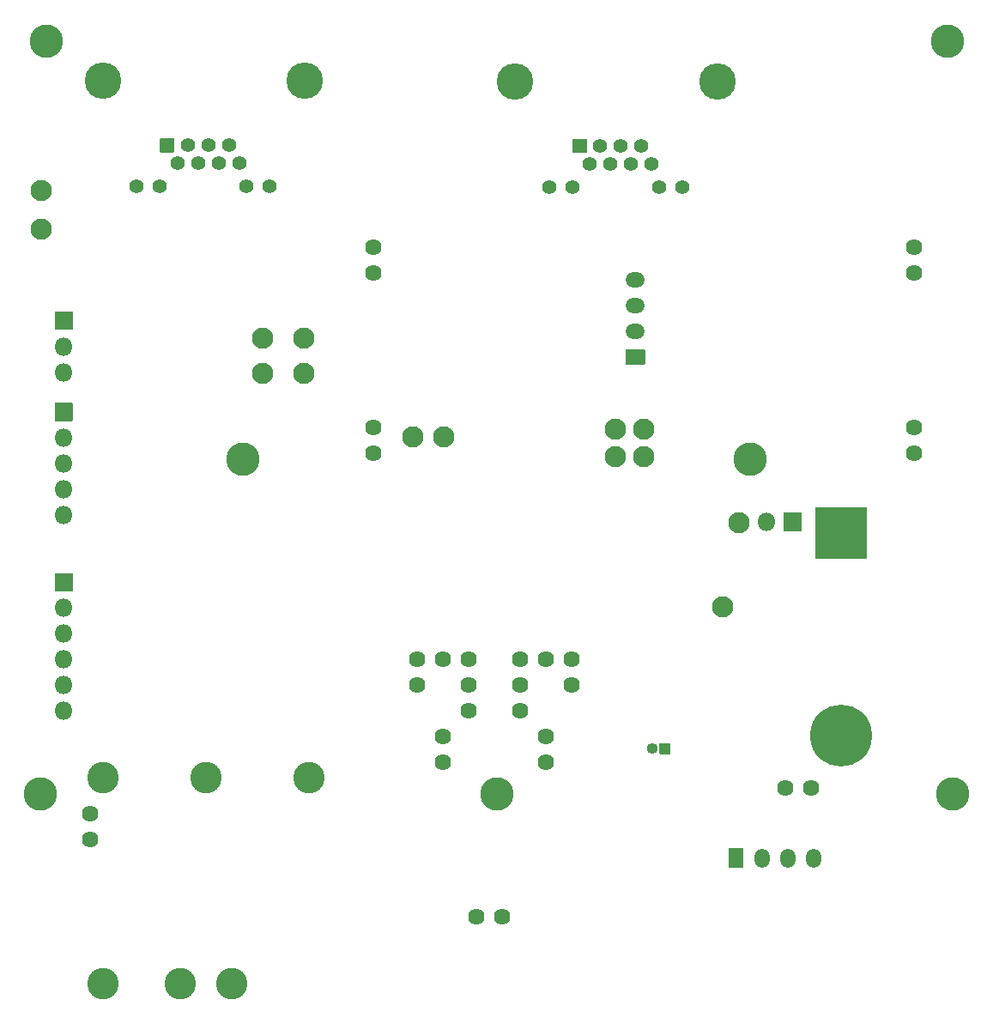
<source format=gbs>
%TF.GenerationSoftware,KiCad,Pcbnew,5.1.7-a382d34a8~88~ubuntu20.04.1*%
%TF.CreationDate,2021-05-21T21:27:29+02:00*%
%TF.ProjectId,Shield_Nucleo,53686965-6c64-45f4-9e75-636c656f2e6b,rev?*%
%TF.SameCoordinates,Original*%
%TF.FileFunction,Soldermask,Bot*%
%TF.FilePolarity,Negative*%
%FSLAX46Y46*%
G04 Gerber Fmt 4.6, Leading zero omitted, Abs format (unit mm)*
G04 Created by KiCad (PCBNEW 5.1.7-a382d34a8~88~ubuntu20.04.1) date 2021-05-21 21:27:29*
%MOMM*%
%LPD*%
G01*
G04 APERTURE LIST*
%ADD10O,1.800000X1.800000*%
%ADD11O,1.900000X1.500000*%
%ADD12O,1.500000X1.900000*%
%ADD13C,2.100000*%
%ADD14C,3.300000*%
%ADD15C,1.624000*%
%ADD16O,1.100000X1.100000*%
%ADD17C,1.400000*%
%ADD18C,3.600000*%
%ADD19C,3.100000*%
%ADD20C,6.100000*%
G04 APERTURE END LIST*
D10*
%TO.C,J5*%
X45800000Y-76960000D03*
X45800000Y-74420000D03*
X45800000Y-71880000D03*
X45800000Y-69340000D03*
G36*
G01*
X44900000Y-67650000D02*
X44900000Y-65950000D01*
G75*
G02*
X44950000Y-65900000I50000J0D01*
G01*
X46650000Y-65900000D01*
G75*
G02*
X46700000Y-65950000I0J-50000D01*
G01*
X46700000Y-67650000D01*
G75*
G02*
X46650000Y-67700000I-50000J0D01*
G01*
X44950000Y-67700000D01*
G75*
G02*
X44900000Y-67650000I0J50000D01*
G01*
G37*
%TD*%
%TO.C,J4*%
X45800000Y-62880000D03*
X45800000Y-60340000D03*
G36*
G01*
X44900000Y-58650000D02*
X44900000Y-56950000D01*
G75*
G02*
X44950000Y-56900000I50000J0D01*
G01*
X46650000Y-56900000D01*
G75*
G02*
X46700000Y-56950000I0J-50000D01*
G01*
X46700000Y-58650000D01*
G75*
G02*
X46650000Y-58700000I-50000J0D01*
G01*
X44950000Y-58700000D01*
G75*
G02*
X44900000Y-58650000I0J50000D01*
G01*
G37*
%TD*%
%TO.C,U9*%
G36*
G01*
X103100000Y-62150000D02*
X101300000Y-62150000D01*
G75*
G02*
X101250000Y-62100000I0J50000D01*
G01*
X101250000Y-60700000D01*
G75*
G02*
X101300000Y-60650000I50000J0D01*
G01*
X103100000Y-60650000D01*
G75*
G02*
X103150000Y-60700000I0J-50000D01*
G01*
X103150000Y-62100000D01*
G75*
G02*
X103100000Y-62150000I-50000J0D01*
G01*
G37*
D11*
X102200000Y-58860000D03*
X102200000Y-56320000D03*
X102200000Y-53780000D03*
%TD*%
%TO.C,U8*%
G36*
G01*
X111370000Y-111700000D02*
X111370000Y-109900000D01*
G75*
G02*
X111420000Y-109850000I50000J0D01*
G01*
X112820000Y-109850000D01*
G75*
G02*
X112870000Y-109900000I0J-50000D01*
G01*
X112870000Y-111700000D01*
G75*
G02*
X112820000Y-111750000I-50000J0D01*
G01*
X111420000Y-111750000D01*
G75*
G02*
X111370000Y-111700000I0J50000D01*
G01*
G37*
D12*
X114660000Y-110800000D03*
X117200000Y-110800000D03*
X119740000Y-110800000D03*
%TD*%
D13*
%TO.C,TP33*%
X43590000Y-45000000D03*
%TD*%
%TO.C,TP32*%
X43590000Y-48750000D03*
%TD*%
%TO.C,TP15*%
X69500000Y-59500000D03*
%TD*%
%TO.C,TP14*%
X65400000Y-63000000D03*
%TD*%
%TO.C,TP13*%
X65400000Y-59500000D03*
%TD*%
%TO.C,TP12*%
X103000000Y-71250000D03*
%TD*%
%TO.C,TP8*%
X100250000Y-71250000D03*
%TD*%
%TO.C,TP7*%
X100250000Y-68500000D03*
%TD*%
%TO.C,TP6*%
X103000000Y-68500000D03*
%TD*%
%TO.C,TP5*%
X83300000Y-69250000D03*
%TD*%
%TO.C,TP4*%
X80250000Y-69250000D03*
%TD*%
%TO.C,TP3*%
X112400000Y-77700000D03*
%TD*%
%TO.C,TP2*%
X110800000Y-86000000D03*
%TD*%
%TO.C,TP1*%
X69500000Y-63000000D03*
%TD*%
D14*
%TO.C,J7*%
X133500000Y-104500000D03*
X88500000Y-104500000D03*
X43500000Y-104500000D03*
X63500000Y-71500000D03*
X113500000Y-71500000D03*
X132950000Y-30200000D03*
X44050000Y-30200000D03*
D15*
X48420000Y-106420000D03*
X76360000Y-68320000D03*
X76360000Y-50540000D03*
X86520000Y-116580000D03*
X89060000Y-116580000D03*
X48420000Y-108960000D03*
X119540000Y-103880000D03*
X117000000Y-103880000D03*
X76360000Y-53080000D03*
X76360000Y-70860000D03*
X129700000Y-70860000D03*
X129700000Y-68320000D03*
X129700000Y-53080000D03*
X129700000Y-50540000D03*
X83180000Y-101340000D03*
X83180000Y-98800000D03*
X93340000Y-101340000D03*
X93340000Y-98800000D03*
X85720000Y-96260000D03*
X90800000Y-96260000D03*
X80640000Y-93720000D03*
X85720000Y-93720000D03*
X90800000Y-93720000D03*
X95880000Y-93720000D03*
X80640000Y-91180000D03*
X83180000Y-91180000D03*
X85720000Y-91180000D03*
X90800000Y-91180000D03*
X93340000Y-91180000D03*
X95880000Y-91180000D03*
%TD*%
D16*
%TO.C,TH1*%
X103830000Y-100000000D03*
G36*
G01*
X105600000Y-100550000D02*
X104600000Y-100550000D01*
G75*
G02*
X104550000Y-100500000I0J50000D01*
G01*
X104550000Y-99500000D01*
G75*
G02*
X104600000Y-99450000I50000J0D01*
G01*
X105600000Y-99450000D01*
G75*
G02*
X105650000Y-99500000I0J-50000D01*
G01*
X105650000Y-100500000D01*
G75*
G02*
X105600000Y-100550000I-50000J0D01*
G01*
G37*
%TD*%
D17*
%TO.C,J3*%
X103812000Y-42330000D03*
D18*
X110289000Y-34200000D03*
X90350000Y-34200000D03*
D17*
X106796500Y-44614000D03*
X96001500Y-44614000D03*
X100764000Y-40550000D03*
G36*
G01*
X96000000Y-41200000D02*
X96000000Y-39900000D01*
G75*
G02*
X96050000Y-39850000I50000J0D01*
G01*
X97350000Y-39850000D01*
G75*
G02*
X97400000Y-39900000I0J-50000D01*
G01*
X97400000Y-41200000D01*
G75*
G02*
X97350000Y-41250000I-50000J0D01*
G01*
X96050000Y-41250000D01*
G75*
G02*
X96000000Y-41200000I0J50000D01*
G01*
G37*
X102796000Y-40550000D03*
X93715500Y-44614000D03*
X98732000Y-40550000D03*
X104510500Y-44614000D03*
X97716000Y-42330000D03*
X99748000Y-42330000D03*
X101780000Y-42330000D03*
%TD*%
%TO.C,J2*%
X63112000Y-42280000D03*
D18*
X69589000Y-34150000D03*
X49650000Y-34150000D03*
D17*
X66096500Y-44564000D03*
X55301500Y-44564000D03*
X60064000Y-40500000D03*
G36*
G01*
X55300000Y-41150000D02*
X55300000Y-39850000D01*
G75*
G02*
X55350000Y-39800000I50000J0D01*
G01*
X56650000Y-39800000D01*
G75*
G02*
X56700000Y-39850000I0J-50000D01*
G01*
X56700000Y-41150000D01*
G75*
G02*
X56650000Y-41200000I-50000J0D01*
G01*
X55350000Y-41200000D01*
G75*
G02*
X55300000Y-41150000I0J50000D01*
G01*
G37*
X62096000Y-40500000D03*
X53015500Y-44564000D03*
X58032000Y-40500000D03*
X63810500Y-44564000D03*
X57016000Y-42280000D03*
X59048000Y-42280000D03*
X61080000Y-42280000D03*
%TD*%
D10*
%TO.C,SWD1*%
X45800000Y-96300000D03*
X45800000Y-93760000D03*
X45800000Y-91220000D03*
X45800000Y-88680000D03*
X45800000Y-86140000D03*
G36*
G01*
X44900000Y-84450000D02*
X44900000Y-82750000D01*
G75*
G02*
X44950000Y-82700000I50000J0D01*
G01*
X46650000Y-82700000D01*
G75*
G02*
X46700000Y-82750000I0J-50000D01*
G01*
X46700000Y-84450000D01*
G75*
G02*
X46650000Y-84500000I-50000J0D01*
G01*
X44950000Y-84500000D01*
G75*
G02*
X44900000Y-84450000I0J50000D01*
G01*
G37*
%TD*%
D19*
%TO.C,PS4*%
X59800000Y-102900000D03*
X49640000Y-123220000D03*
X69960000Y-102900000D03*
X49640000Y-102900000D03*
X62340000Y-123220000D03*
X57260000Y-123220000D03*
%TD*%
D20*
%TO.C,BT1*%
X122505000Y-98749000D03*
G36*
G01*
X125005000Y-81299000D02*
X120005000Y-81299000D01*
G75*
G02*
X119955000Y-81249000I0J50000D01*
G01*
X119955000Y-76249000D01*
G75*
G02*
X120005000Y-76199000I50000J0D01*
G01*
X125005000Y-76199000D01*
G75*
G02*
X125055000Y-76249000I0J-50000D01*
G01*
X125055000Y-81249000D01*
G75*
G02*
X125005000Y-81299000I-50000J0D01*
G01*
G37*
%TD*%
D10*
%TO.C,JP2*%
X115165000Y-77649000D03*
G36*
G01*
X116855000Y-76749000D02*
X118555000Y-76749000D01*
G75*
G02*
X118605000Y-76799000I0J-50000D01*
G01*
X118605000Y-78499000D01*
G75*
G02*
X118555000Y-78549000I-50000J0D01*
G01*
X116855000Y-78549000D01*
G75*
G02*
X116805000Y-78499000I0J50000D01*
G01*
X116805000Y-76799000D01*
G75*
G02*
X116855000Y-76749000I50000J0D01*
G01*
G37*
%TD*%
M02*

</source>
